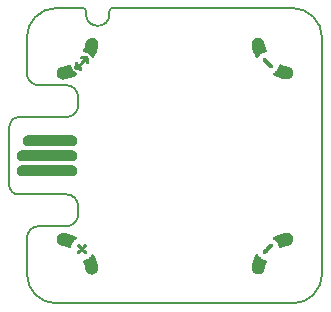
<source format=gto>
%TF.GenerationSoftware,KiCad,Pcbnew,8.0.8*%
%TF.CreationDate,2025-01-29T16:59:37+00:00*%
%TF.ProjectId,ec30_2x2_l_mh_0.1,65633330-5f32-4783-925f-6c5f6d685f30,v0.1*%
%TF.SameCoordinates,PX8d24d00PY36d6160*%
%TF.FileFunction,Legend,Top*%
%TF.FilePolarity,Positive*%
%FSLAX46Y46*%
G04 Gerber Fmt 4.6, Leading zero omitted, Abs format (unit mm)*
G04 Created by KiCad (PCBNEW 8.0.8) date 2025-01-29 16:59:37*
%MOMM*%
%LPD*%
G01*
G04 APERTURE LIST*
%ADD10C,0.200000*%
%ADD11C,0.010000*%
%ADD12C,0.000000*%
G04 APERTURE END LIST*
D10*
X-7500000Y12250000D02*
X-7500000Y12000000D01*
X-8150000Y4270000D02*
X-8150000Y4970000D01*
X-14000000Y2470001D02*
X-14000000Y-2470000D01*
X-10000000Y-12500000D02*
G75*
G02*
X-12500000Y-10000000I-800J2499200D01*
G01*
X-7750000Y12500000D02*
G75*
G02*
X-7500000Y12250000I800J-249200D01*
G01*
X12500000Y7000000D02*
X12500000Y10000000D01*
X10000000Y12500000D02*
X-5250000Y12500000D01*
X-9148000Y-5969999D02*
X-11500000Y-5969999D01*
X-13200000Y-3269999D02*
G75*
G02*
X-13999999Y-2470000I-1100J798899D01*
G01*
X-12500000Y-6969999D02*
G75*
G02*
X-11500000Y-5970000I1000400J-401D01*
G01*
X-11500000Y5970000D02*
X-9148000Y5970000D01*
X-7750000Y12500000D02*
X-10000000Y12500000D01*
X-12500000Y10000000D02*
G75*
G02*
X-10000000Y12500000I2499200J800D01*
G01*
X-11500000Y5970000D02*
G75*
G02*
X-12500000Y6970000I400J1000400D01*
G01*
X-5500000Y12000000D02*
X-5500000Y12250000D01*
X-14000000Y2470001D02*
G75*
G02*
X-13200000Y3270000I798900J1099D01*
G01*
X-9148000Y5970000D02*
G75*
G02*
X-8150004Y4970000I1000J-997000D01*
G01*
X-8150000Y4270000D02*
G75*
G02*
X-9148000Y3270003I-1000400J400D01*
G01*
X-5500000Y12250000D02*
G75*
G02*
X-5250000Y12500000I249200J800D01*
G01*
X-12500000Y-6969999D02*
X-12500000Y-10000000D01*
X-13200000Y-3269999D02*
X-9150000Y-3269999D01*
X-5500000Y12000000D02*
G75*
G02*
X-7500000Y12000000I-1000000J0D01*
G01*
X10000000Y12500000D02*
G75*
G02*
X12500000Y10000000I800J-2499200D01*
G01*
X12500000Y7000000D02*
X12500000Y-7000000D01*
X-8148000Y-4969999D02*
G75*
G02*
X-9148000Y-5970000I-1000400J399D01*
G01*
X-12500000Y10000000D02*
X-12500000Y6970000D01*
X-9150000Y-3269999D02*
G75*
G02*
X-8149999Y-4269999I-400J-1000401D01*
G01*
X12500000Y-10000000D02*
X12500000Y-7000000D01*
X-10000000Y-12500000D02*
X10000000Y-12500000D01*
X-9148000Y3270000D02*
X-13200000Y3270000D01*
X12500000Y-10000000D02*
G75*
G02*
X10000000Y-12500000I-2499200J-800D01*
G01*
X-8148000Y-4969999D02*
X-8150000Y-4269999D01*
D11*
%TO.C,MH3*%
X-6929306Y-8363938D02*
X-6912572Y-8370271D01*
X-6896947Y-8381708D01*
X-6881722Y-8398907D01*
X-6866187Y-8422529D01*
X-6849636Y-8453232D01*
X-6849479Y-8453543D01*
X-6792082Y-8575132D01*
X-6738655Y-8702780D01*
X-6689536Y-8835490D01*
X-6645062Y-8972266D01*
X-6605571Y-9112110D01*
X-6571399Y-9254024D01*
X-6558986Y-9312664D01*
X-6548179Y-9372141D01*
X-6541266Y-9425275D01*
X-6538209Y-9472617D01*
X-6538970Y-9514720D01*
X-6542840Y-9548307D01*
X-6557333Y-9611742D01*
X-6578709Y-9671524D01*
X-6606730Y-9727302D01*
X-6641155Y-9778728D01*
X-6681746Y-9825450D01*
X-6728263Y-9867118D01*
X-6780468Y-9903383D01*
X-6788778Y-9908337D01*
X-6841493Y-9934632D01*
X-6897725Y-9954342D01*
X-6956407Y-9967361D01*
X-7016470Y-9973582D01*
X-7076844Y-9972898D01*
X-7136462Y-9965203D01*
X-7194256Y-9950391D01*
X-7198073Y-9949129D01*
X-7254131Y-9926215D01*
X-7307081Y-9896415D01*
X-7356236Y-9860400D01*
X-7400910Y-9818837D01*
X-7440417Y-9772394D01*
X-7474070Y-9721741D01*
X-7501183Y-9667545D01*
X-7509857Y-9645536D01*
X-7514407Y-9631247D01*
X-7519938Y-9611025D01*
X-7525985Y-9586741D01*
X-7532082Y-9560265D01*
X-7537763Y-9533471D01*
X-7537851Y-9533032D01*
X-7559478Y-9433303D01*
X-7583069Y-9339535D01*
X-7609185Y-9249880D01*
X-7638386Y-9162485D01*
X-7671232Y-9075502D01*
X-7690784Y-9027805D01*
X-7704464Y-8993297D01*
X-7713840Y-8964465D01*
X-7718965Y-8940348D01*
X-7719893Y-8919990D01*
X-7716678Y-8902431D01*
X-7709373Y-8886711D01*
X-7699422Y-8873431D01*
X-7690472Y-8864166D01*
X-7680762Y-8856500D01*
X-7668906Y-8849764D01*
X-7653514Y-8843288D01*
X-7633201Y-8836401D01*
X-7606578Y-8828434D01*
X-7605692Y-8828178D01*
X-7548901Y-8810494D01*
X-7497170Y-8791449D01*
X-7447627Y-8769922D01*
X-7414566Y-8753728D01*
X-7339432Y-8710990D01*
X-7267854Y-8661466D01*
X-7200558Y-8605786D01*
X-7138273Y-8544582D01*
X-7081726Y-8478485D01*
X-7053964Y-8441164D01*
X-7032031Y-8412366D01*
X-7011697Y-8390615D01*
X-6992236Y-8375370D01*
X-6972919Y-8366090D01*
X-6953022Y-8362231D01*
X-6947857Y-8362050D01*
X-6929306Y-8363938D01*
G36*
X-6929306Y-8363938D02*
G01*
X-6912572Y-8370271D01*
X-6896947Y-8381708D01*
X-6881722Y-8398907D01*
X-6866187Y-8422529D01*
X-6849636Y-8453232D01*
X-6849479Y-8453543D01*
X-6792082Y-8575132D01*
X-6738655Y-8702780D01*
X-6689536Y-8835490D01*
X-6645062Y-8972266D01*
X-6605571Y-9112110D01*
X-6571399Y-9254024D01*
X-6558986Y-9312664D01*
X-6548179Y-9372141D01*
X-6541266Y-9425275D01*
X-6538209Y-9472617D01*
X-6538970Y-9514720D01*
X-6542840Y-9548307D01*
X-6557333Y-9611742D01*
X-6578709Y-9671524D01*
X-6606730Y-9727302D01*
X-6641155Y-9778728D01*
X-6681746Y-9825450D01*
X-6728263Y-9867118D01*
X-6780468Y-9903383D01*
X-6788778Y-9908337D01*
X-6841493Y-9934632D01*
X-6897725Y-9954342D01*
X-6956407Y-9967361D01*
X-7016470Y-9973582D01*
X-7076844Y-9972898D01*
X-7136462Y-9965203D01*
X-7194256Y-9950391D01*
X-7198073Y-9949129D01*
X-7254131Y-9926215D01*
X-7307081Y-9896415D01*
X-7356236Y-9860400D01*
X-7400910Y-9818837D01*
X-7440417Y-9772394D01*
X-7474070Y-9721741D01*
X-7501183Y-9667545D01*
X-7509857Y-9645536D01*
X-7514407Y-9631247D01*
X-7519938Y-9611025D01*
X-7525985Y-9586741D01*
X-7532082Y-9560265D01*
X-7537763Y-9533471D01*
X-7537851Y-9533032D01*
X-7559478Y-9433303D01*
X-7583069Y-9339535D01*
X-7609185Y-9249880D01*
X-7638386Y-9162485D01*
X-7671232Y-9075502D01*
X-7690784Y-9027805D01*
X-7704464Y-8993297D01*
X-7713840Y-8964465D01*
X-7718965Y-8940348D01*
X-7719893Y-8919990D01*
X-7716678Y-8902431D01*
X-7709373Y-8886711D01*
X-7699422Y-8873431D01*
X-7690472Y-8864166D01*
X-7680762Y-8856500D01*
X-7668906Y-8849764D01*
X-7653514Y-8843288D01*
X-7633201Y-8836401D01*
X-7606578Y-8828434D01*
X-7605692Y-8828178D01*
X-7548901Y-8810494D01*
X-7497170Y-8791449D01*
X-7447627Y-8769922D01*
X-7414566Y-8753728D01*
X-7339432Y-8710990D01*
X-7267854Y-8661466D01*
X-7200558Y-8605786D01*
X-7138273Y-8544582D01*
X-7081726Y-8478485D01*
X-7053964Y-8441164D01*
X-7032031Y-8412366D01*
X-7011697Y-8390615D01*
X-6992236Y-8375370D01*
X-6972919Y-8366090D01*
X-6953022Y-8362231D01*
X-6947857Y-8362050D01*
X-6929306Y-8363938D01*
G37*
X-9470182Y-6540337D02*
X-9448497Y-6540714D01*
X-9427534Y-6541718D01*
X-9406291Y-6543511D01*
X-9383763Y-6546254D01*
X-9358946Y-6550109D01*
X-9330836Y-6555238D01*
X-9298429Y-6561801D01*
X-9260722Y-6569961D01*
X-9216709Y-6579880D01*
X-9198323Y-6584098D01*
X-9084910Y-6612611D01*
X-8968731Y-6646406D01*
X-8851643Y-6684817D01*
X-8735502Y-6727177D01*
X-8622165Y-6772819D01*
X-8513489Y-6821078D01*
X-8442320Y-6855488D01*
X-8414793Y-6869973D01*
X-8393762Y-6882767D01*
X-8378190Y-6894681D01*
X-8367038Y-6906523D01*
X-8359269Y-6919103D01*
X-8358396Y-6920960D01*
X-8352421Y-6938994D01*
X-8352473Y-6955818D01*
X-8356428Y-6970059D01*
X-8367282Y-6989771D01*
X-8385603Y-7010018D01*
X-8410983Y-7030363D01*
X-8415769Y-7033664D01*
X-8489001Y-7087738D01*
X-8556469Y-7146942D01*
X-8617931Y-7210983D01*
X-8673147Y-7279569D01*
X-8721873Y-7352405D01*
X-8763868Y-7429201D01*
X-8789376Y-7485751D01*
X-8801721Y-7516942D01*
X-8812941Y-7548335D01*
X-8823691Y-7581956D01*
X-8834628Y-7619833D01*
X-8843484Y-7652771D01*
X-8848796Y-7671014D01*
X-8854211Y-7684062D01*
X-8861050Y-7694563D01*
X-8868503Y-7702984D01*
X-8884066Y-7716423D01*
X-8900453Y-7724502D01*
X-8918764Y-7727265D01*
X-8940096Y-7724757D01*
X-8965548Y-7717022D01*
X-8987979Y-7707827D01*
X-9108498Y-7658383D01*
X-9232787Y-7615101D01*
X-9361429Y-7577801D01*
X-9495006Y-7546301D01*
X-9525687Y-7540017D01*
X-9560370Y-7532916D01*
X-9588751Y-7526604D01*
X-9612370Y-7520632D01*
X-9632764Y-7514555D01*
X-9651473Y-7507926D01*
X-9670035Y-7500296D01*
X-9683873Y-7494072D01*
X-9736854Y-7465333D01*
X-9785921Y-7430188D01*
X-9830505Y-7389366D01*
X-9870033Y-7343595D01*
X-9903934Y-7293603D01*
X-9931637Y-7240119D01*
X-9952571Y-7183872D01*
X-9964218Y-7136552D01*
X-9972342Y-7073793D01*
X-9972879Y-7012164D01*
X-9966155Y-6952149D01*
X-9952496Y-6894233D01*
X-9932226Y-6838904D01*
X-9905671Y-6786645D01*
X-9873155Y-6737942D01*
X-9835005Y-6693281D01*
X-9791545Y-6653146D01*
X-9743100Y-6618025D01*
X-9689996Y-6588401D01*
X-9632558Y-6564760D01*
X-9571111Y-6547588D01*
X-9569401Y-6547219D01*
X-9551719Y-6544037D01*
X-9532477Y-6541913D01*
X-9509778Y-6540716D01*
X-9481730Y-6540314D01*
X-9470182Y-6540337D01*
G36*
X-9470182Y-6540337D02*
G01*
X-9448497Y-6540714D01*
X-9427534Y-6541718D01*
X-9406291Y-6543511D01*
X-9383763Y-6546254D01*
X-9358946Y-6550109D01*
X-9330836Y-6555238D01*
X-9298429Y-6561801D01*
X-9260722Y-6569961D01*
X-9216709Y-6579880D01*
X-9198323Y-6584098D01*
X-9084910Y-6612611D01*
X-8968731Y-6646406D01*
X-8851643Y-6684817D01*
X-8735502Y-6727177D01*
X-8622165Y-6772819D01*
X-8513489Y-6821078D01*
X-8442320Y-6855488D01*
X-8414793Y-6869973D01*
X-8393762Y-6882767D01*
X-8378190Y-6894681D01*
X-8367038Y-6906523D01*
X-8359269Y-6919103D01*
X-8358396Y-6920960D01*
X-8352421Y-6938994D01*
X-8352473Y-6955818D01*
X-8356428Y-6970059D01*
X-8367282Y-6989771D01*
X-8385603Y-7010018D01*
X-8410983Y-7030363D01*
X-8415769Y-7033664D01*
X-8489001Y-7087738D01*
X-8556469Y-7146942D01*
X-8617931Y-7210983D01*
X-8673147Y-7279569D01*
X-8721873Y-7352405D01*
X-8763868Y-7429201D01*
X-8789376Y-7485751D01*
X-8801721Y-7516942D01*
X-8812941Y-7548335D01*
X-8823691Y-7581956D01*
X-8834628Y-7619833D01*
X-8843484Y-7652771D01*
X-8848796Y-7671014D01*
X-8854211Y-7684062D01*
X-8861050Y-7694563D01*
X-8868503Y-7702984D01*
X-8884066Y-7716423D01*
X-8900453Y-7724502D01*
X-8918764Y-7727265D01*
X-8940096Y-7724757D01*
X-8965548Y-7717022D01*
X-8987979Y-7707827D01*
X-9108498Y-7658383D01*
X-9232787Y-7615101D01*
X-9361429Y-7577801D01*
X-9495006Y-7546301D01*
X-9525687Y-7540017D01*
X-9560370Y-7532916D01*
X-9588751Y-7526604D01*
X-9612370Y-7520632D01*
X-9632764Y-7514555D01*
X-9651473Y-7507926D01*
X-9670035Y-7500296D01*
X-9683873Y-7494072D01*
X-9736854Y-7465333D01*
X-9785921Y-7430188D01*
X-9830505Y-7389366D01*
X-9870033Y-7343595D01*
X-9903934Y-7293603D01*
X-9931637Y-7240119D01*
X-9952571Y-7183872D01*
X-9964218Y-7136552D01*
X-9972342Y-7073793D01*
X-9972879Y-7012164D01*
X-9966155Y-6952149D01*
X-9952496Y-6894233D01*
X-9932226Y-6838904D01*
X-9905671Y-6786645D01*
X-9873155Y-6737942D01*
X-9835005Y-6693281D01*
X-9791545Y-6653146D01*
X-9743100Y-6618025D01*
X-9689996Y-6588401D01*
X-9632558Y-6564760D01*
X-9571111Y-6547588D01*
X-9569401Y-6547219D01*
X-9551719Y-6544037D01*
X-9532477Y-6541913D01*
X-9509778Y-6540716D01*
X-9481730Y-6540314D01*
X-9470182Y-6540337D01*
G37*
X-8114506Y-7497744D02*
X-8104489Y-7500501D01*
X-8098602Y-7502693D01*
X-8092612Y-7505668D01*
X-8085887Y-7509983D01*
X-8077796Y-7516197D01*
X-8067706Y-7524868D01*
X-8054986Y-7536554D01*
X-8039003Y-7551814D01*
X-8019125Y-7571204D01*
X-7994721Y-7595283D01*
X-7974957Y-7614880D01*
X-7866811Y-7722233D01*
X-7760645Y-7617032D01*
X-7732077Y-7588945D01*
X-7706322Y-7564069D01*
X-7683875Y-7542858D01*
X-7665228Y-7525771D01*
X-7650876Y-7513264D01*
X-7641313Y-7505793D01*
X-7638604Y-7504147D01*
X-7620453Y-7498507D01*
X-7598447Y-7496247D01*
X-7575738Y-7497328D01*
X-7555479Y-7501711D01*
X-7546947Y-7505289D01*
X-7527717Y-7518943D01*
X-7510939Y-7537314D01*
X-7499689Y-7556627D01*
X-7495621Y-7572497D01*
X-7493995Y-7592489D01*
X-7494804Y-7613173D01*
X-7498038Y-7631121D01*
X-7499893Y-7636489D01*
X-7504805Y-7644005D01*
X-7515448Y-7656814D01*
X-7531730Y-7674815D01*
X-7553556Y-7697908D01*
X-7580835Y-7725992D01*
X-7613473Y-7758967D01*
X-7613864Y-7759359D01*
X-7721687Y-7867473D01*
X-7615858Y-7973774D01*
X-7584916Y-8005038D01*
X-7559409Y-8031231D01*
X-7538995Y-8052725D01*
X-7523333Y-8069893D01*
X-7512080Y-8083107D01*
X-7504896Y-8092739D01*
X-7501973Y-8097831D01*
X-7494904Y-8122144D01*
X-7493808Y-8148731D01*
X-7498620Y-8174713D01*
X-7504024Y-8188237D01*
X-7519679Y-8211452D01*
X-7540303Y-8228674D01*
X-7562926Y-8238733D01*
X-7580623Y-8243114D01*
X-7595638Y-8244148D01*
X-7611644Y-8241809D01*
X-7624985Y-8238271D01*
X-7630727Y-8236399D01*
X-7636361Y-8233923D01*
X-7642513Y-8230295D01*
X-7649807Y-8224964D01*
X-7658867Y-8217380D01*
X-7670317Y-8206995D01*
X-7684782Y-8193256D01*
X-7702886Y-8175616D01*
X-7725253Y-8153524D01*
X-7752507Y-8126430D01*
X-7756674Y-8122280D01*
X-7866807Y-8012589D01*
X-7976940Y-8122280D01*
X-8004916Y-8150105D01*
X-8027918Y-8172853D01*
X-8046571Y-8191073D01*
X-8061500Y-8205316D01*
X-8073328Y-8216130D01*
X-8082679Y-8224066D01*
X-8090179Y-8229675D01*
X-8096451Y-8233505D01*
X-8102120Y-8236106D01*
X-8107810Y-8238029D01*
X-8108629Y-8238271D01*
X-8127410Y-8242924D01*
X-8142701Y-8244183D01*
X-8158173Y-8242078D01*
X-8170688Y-8238733D01*
X-8195345Y-8227492D01*
X-8215225Y-8210402D01*
X-8229656Y-8188407D01*
X-8237966Y-8162452D01*
X-8239782Y-8141598D01*
X-8239548Y-8130444D01*
X-8238597Y-8120482D01*
X-8236433Y-8111030D01*
X-8232561Y-8101407D01*
X-8226487Y-8090932D01*
X-8217714Y-8078924D01*
X-8205748Y-8064703D01*
X-8190094Y-8047586D01*
X-8170256Y-8026895D01*
X-8145740Y-8001946D01*
X-8117756Y-7973774D01*
X-8011927Y-7867473D01*
X-8119589Y-7759359D01*
X-8151989Y-7726607D01*
X-8178747Y-7699078D01*
X-8200033Y-7676590D01*
X-8216016Y-7658958D01*
X-8226867Y-7646000D01*
X-8232753Y-7637530D01*
X-8233560Y-7635877D01*
X-8239427Y-7611956D01*
X-8239209Y-7585914D01*
X-8233352Y-7560140D01*
X-8222301Y-7537024D01*
X-8212846Y-7524873D01*
X-8192656Y-7509080D01*
X-8168362Y-7499030D01*
X-8141724Y-7495120D01*
X-8114506Y-7497744D01*
G36*
X-8114506Y-7497744D02*
G01*
X-8104489Y-7500501D01*
X-8098602Y-7502693D01*
X-8092612Y-7505668D01*
X-8085887Y-7509983D01*
X-8077796Y-7516197D01*
X-8067706Y-7524868D01*
X-8054986Y-7536554D01*
X-8039003Y-7551814D01*
X-8019125Y-7571204D01*
X-7994721Y-7595283D01*
X-7974957Y-7614880D01*
X-7866811Y-7722233D01*
X-7760645Y-7617032D01*
X-7732077Y-7588945D01*
X-7706322Y-7564069D01*
X-7683875Y-7542858D01*
X-7665228Y-7525771D01*
X-7650876Y-7513264D01*
X-7641313Y-7505793D01*
X-7638604Y-7504147D01*
X-7620453Y-7498507D01*
X-7598447Y-7496247D01*
X-7575738Y-7497328D01*
X-7555479Y-7501711D01*
X-7546947Y-7505289D01*
X-7527717Y-7518943D01*
X-7510939Y-7537314D01*
X-7499689Y-7556627D01*
X-7495621Y-7572497D01*
X-7493995Y-7592489D01*
X-7494804Y-7613173D01*
X-7498038Y-7631121D01*
X-7499893Y-7636489D01*
X-7504805Y-7644005D01*
X-7515448Y-7656814D01*
X-7531730Y-7674815D01*
X-7553556Y-7697908D01*
X-7580835Y-7725992D01*
X-7613473Y-7758967D01*
X-7613864Y-7759359D01*
X-7721687Y-7867473D01*
X-7615858Y-7973774D01*
X-7584916Y-8005038D01*
X-7559409Y-8031231D01*
X-7538995Y-8052725D01*
X-7523333Y-8069893D01*
X-7512080Y-8083107D01*
X-7504896Y-8092739D01*
X-7501973Y-8097831D01*
X-7494904Y-8122144D01*
X-7493808Y-8148731D01*
X-7498620Y-8174713D01*
X-7504024Y-8188237D01*
X-7519679Y-8211452D01*
X-7540303Y-8228674D01*
X-7562926Y-8238733D01*
X-7580623Y-8243114D01*
X-7595638Y-8244148D01*
X-7611644Y-8241809D01*
X-7624985Y-8238271D01*
X-7630727Y-8236399D01*
X-7636361Y-8233923D01*
X-7642513Y-8230295D01*
X-7649807Y-8224964D01*
X-7658867Y-8217380D01*
X-7670317Y-8206995D01*
X-7684782Y-8193256D01*
X-7702886Y-8175616D01*
X-7725253Y-8153524D01*
X-7752507Y-8126430D01*
X-7756674Y-8122280D01*
X-7866807Y-8012589D01*
X-7976940Y-8122280D01*
X-8004916Y-8150105D01*
X-8027918Y-8172853D01*
X-8046571Y-8191073D01*
X-8061500Y-8205316D01*
X-8073328Y-8216130D01*
X-8082679Y-8224066D01*
X-8090179Y-8229675D01*
X-8096451Y-8233505D01*
X-8102120Y-8236106D01*
X-8107810Y-8238029D01*
X-8108629Y-8238271D01*
X-8127410Y-8242924D01*
X-8142701Y-8244183D01*
X-8158173Y-8242078D01*
X-8170688Y-8238733D01*
X-8195345Y-8227492D01*
X-8215225Y-8210402D01*
X-8229656Y-8188407D01*
X-8237966Y-8162452D01*
X-8239782Y-8141598D01*
X-8239548Y-8130444D01*
X-8238597Y-8120482D01*
X-8236433Y-8111030D01*
X-8232561Y-8101407D01*
X-8226487Y-8090932D01*
X-8217714Y-8078924D01*
X-8205748Y-8064703D01*
X-8190094Y-8047586D01*
X-8170256Y-8026895D01*
X-8145740Y-8001946D01*
X-8117756Y-7973774D01*
X-8011927Y-7867473D01*
X-8119589Y-7759359D01*
X-8151989Y-7726607D01*
X-8178747Y-7699078D01*
X-8200033Y-7676590D01*
X-8216016Y-7658958D01*
X-8226867Y-7646000D01*
X-8232753Y-7637530D01*
X-8233560Y-7635877D01*
X-8239427Y-7611956D01*
X-8239209Y-7585914D01*
X-8233352Y-7560140D01*
X-8222301Y-7537024D01*
X-8212846Y-7524873D01*
X-8192656Y-7509080D01*
X-8168362Y-7499030D01*
X-8141724Y-7495120D01*
X-8114506Y-7497744D01*
G37*
%TO.C,MH4*%
X9511949Y-6535485D02*
X9545536Y-6539355D01*
X9608971Y-6553848D01*
X9668753Y-6575224D01*
X9724531Y-6603245D01*
X9775957Y-6637670D01*
X9822679Y-6678261D01*
X9864347Y-6724778D01*
X9900612Y-6776983D01*
X9905566Y-6785293D01*
X9931861Y-6838008D01*
X9951571Y-6894240D01*
X9964590Y-6952922D01*
X9970811Y-7012985D01*
X9970127Y-7073359D01*
X9962432Y-7132977D01*
X9947620Y-7190771D01*
X9946358Y-7194588D01*
X9923444Y-7250646D01*
X9893644Y-7303596D01*
X9857629Y-7352751D01*
X9816066Y-7397425D01*
X9769623Y-7436932D01*
X9718970Y-7470585D01*
X9664774Y-7497698D01*
X9642765Y-7506372D01*
X9628476Y-7510922D01*
X9608254Y-7516453D01*
X9583970Y-7522500D01*
X9557494Y-7528597D01*
X9530700Y-7534278D01*
X9530261Y-7534366D01*
X9430532Y-7555993D01*
X9336764Y-7579584D01*
X9247109Y-7605700D01*
X9159714Y-7634901D01*
X9072731Y-7667747D01*
X9025034Y-7687299D01*
X8990526Y-7700979D01*
X8961694Y-7710355D01*
X8937577Y-7715480D01*
X8917219Y-7716408D01*
X8899660Y-7713193D01*
X8883940Y-7705888D01*
X8870660Y-7695937D01*
X8861395Y-7686987D01*
X8853729Y-7677277D01*
X8846993Y-7665421D01*
X8840517Y-7650029D01*
X8833630Y-7629716D01*
X8825663Y-7603093D01*
X8825407Y-7602207D01*
X8807723Y-7545416D01*
X8788678Y-7493685D01*
X8767151Y-7444142D01*
X8750957Y-7411081D01*
X8708219Y-7335947D01*
X8658695Y-7264369D01*
X8603015Y-7197073D01*
X8541811Y-7134788D01*
X8475714Y-7078241D01*
X8438393Y-7050479D01*
X8409595Y-7028546D01*
X8387844Y-7008212D01*
X8372599Y-6988751D01*
X8363319Y-6969434D01*
X8359460Y-6949537D01*
X8359279Y-6944372D01*
X8361167Y-6925821D01*
X8367500Y-6909087D01*
X8378937Y-6893462D01*
X8396136Y-6878237D01*
X8419758Y-6862702D01*
X8450461Y-6846151D01*
X8450772Y-6845994D01*
X8572361Y-6788597D01*
X8700009Y-6735170D01*
X8832719Y-6686051D01*
X8969495Y-6641577D01*
X9109339Y-6602086D01*
X9251253Y-6567914D01*
X9309893Y-6555501D01*
X9369370Y-6544694D01*
X9422504Y-6537781D01*
X9469846Y-6534724D01*
X9511949Y-6535485D01*
G36*
X9511949Y-6535485D02*
G01*
X9545536Y-6539355D01*
X9608971Y-6553848D01*
X9668753Y-6575224D01*
X9724531Y-6603245D01*
X9775957Y-6637670D01*
X9822679Y-6678261D01*
X9864347Y-6724778D01*
X9900612Y-6776983D01*
X9905566Y-6785293D01*
X9931861Y-6838008D01*
X9951571Y-6894240D01*
X9964590Y-6952922D01*
X9970811Y-7012985D01*
X9970127Y-7073359D01*
X9962432Y-7132977D01*
X9947620Y-7190771D01*
X9946358Y-7194588D01*
X9923444Y-7250646D01*
X9893644Y-7303596D01*
X9857629Y-7352751D01*
X9816066Y-7397425D01*
X9769623Y-7436932D01*
X9718970Y-7470585D01*
X9664774Y-7497698D01*
X9642765Y-7506372D01*
X9628476Y-7510922D01*
X9608254Y-7516453D01*
X9583970Y-7522500D01*
X9557494Y-7528597D01*
X9530700Y-7534278D01*
X9530261Y-7534366D01*
X9430532Y-7555993D01*
X9336764Y-7579584D01*
X9247109Y-7605700D01*
X9159714Y-7634901D01*
X9072731Y-7667747D01*
X9025034Y-7687299D01*
X8990526Y-7700979D01*
X8961694Y-7710355D01*
X8937577Y-7715480D01*
X8917219Y-7716408D01*
X8899660Y-7713193D01*
X8883940Y-7705888D01*
X8870660Y-7695937D01*
X8861395Y-7686987D01*
X8853729Y-7677277D01*
X8846993Y-7665421D01*
X8840517Y-7650029D01*
X8833630Y-7629716D01*
X8825663Y-7603093D01*
X8825407Y-7602207D01*
X8807723Y-7545416D01*
X8788678Y-7493685D01*
X8767151Y-7444142D01*
X8750957Y-7411081D01*
X8708219Y-7335947D01*
X8658695Y-7264369D01*
X8603015Y-7197073D01*
X8541811Y-7134788D01*
X8475714Y-7078241D01*
X8438393Y-7050479D01*
X8409595Y-7028546D01*
X8387844Y-7008212D01*
X8372599Y-6988751D01*
X8363319Y-6969434D01*
X8359460Y-6949537D01*
X8359279Y-6944372D01*
X8361167Y-6925821D01*
X8367500Y-6909087D01*
X8378937Y-6893462D01*
X8396136Y-6878237D01*
X8419758Y-6862702D01*
X8450461Y-6846151D01*
X8450772Y-6845994D01*
X8572361Y-6788597D01*
X8700009Y-6735170D01*
X8832719Y-6686051D01*
X8969495Y-6641577D01*
X9109339Y-6602086D01*
X9251253Y-6567914D01*
X9309893Y-6555501D01*
X9369370Y-6544694D01*
X9422504Y-6537781D01*
X9469846Y-6534724D01*
X9511949Y-6535485D01*
G37*
X6953047Y-8348988D02*
X6967288Y-8352943D01*
X6987000Y-8363797D01*
X7007247Y-8382118D01*
X7027592Y-8407498D01*
X7030893Y-8412284D01*
X7084967Y-8485516D01*
X7144171Y-8552984D01*
X7208212Y-8614446D01*
X7276798Y-8669662D01*
X7349634Y-8718388D01*
X7426430Y-8760383D01*
X7482980Y-8785891D01*
X7514171Y-8798236D01*
X7545564Y-8809456D01*
X7579185Y-8820206D01*
X7617062Y-8831143D01*
X7650000Y-8839999D01*
X7668243Y-8845311D01*
X7681291Y-8850726D01*
X7691792Y-8857565D01*
X7700213Y-8865018D01*
X7713652Y-8880581D01*
X7721731Y-8896968D01*
X7724494Y-8915279D01*
X7721986Y-8936611D01*
X7714251Y-8962063D01*
X7705056Y-8984494D01*
X7655612Y-9105013D01*
X7612330Y-9229302D01*
X7575030Y-9357944D01*
X7543530Y-9491521D01*
X7537246Y-9522202D01*
X7530145Y-9556885D01*
X7523833Y-9585266D01*
X7517861Y-9608885D01*
X7511784Y-9629279D01*
X7505155Y-9647988D01*
X7497525Y-9666550D01*
X7491301Y-9680388D01*
X7462562Y-9733369D01*
X7427417Y-9782436D01*
X7386595Y-9827020D01*
X7340824Y-9866548D01*
X7290832Y-9900449D01*
X7237348Y-9928152D01*
X7181101Y-9949086D01*
X7133781Y-9960733D01*
X7071022Y-9968857D01*
X7009393Y-9969394D01*
X6949378Y-9962670D01*
X6891462Y-9949011D01*
X6836133Y-9928741D01*
X6783874Y-9902186D01*
X6735171Y-9869670D01*
X6690510Y-9831520D01*
X6650375Y-9788060D01*
X6615254Y-9739615D01*
X6585630Y-9686511D01*
X6561989Y-9629073D01*
X6544817Y-9567626D01*
X6544448Y-9565916D01*
X6541266Y-9548234D01*
X6539142Y-9528992D01*
X6537945Y-9506293D01*
X6537543Y-9478245D01*
X6537566Y-9466697D01*
X6537943Y-9445012D01*
X6538947Y-9424049D01*
X6540740Y-9402806D01*
X6543483Y-9380278D01*
X6547338Y-9355461D01*
X6552467Y-9327351D01*
X6559030Y-9294944D01*
X6567190Y-9257237D01*
X6577109Y-9213224D01*
X6581327Y-9194838D01*
X6609840Y-9081425D01*
X6643635Y-8965246D01*
X6682046Y-8848158D01*
X6724406Y-8732017D01*
X6770048Y-8618680D01*
X6818307Y-8510004D01*
X6852717Y-8438835D01*
X6867202Y-8411308D01*
X6879996Y-8390277D01*
X6891910Y-8374705D01*
X6903752Y-8363553D01*
X6916332Y-8355784D01*
X6918189Y-8354911D01*
X6936223Y-8348936D01*
X6953047Y-8348988D01*
G36*
X6953047Y-8348988D02*
G01*
X6967288Y-8352943D01*
X6987000Y-8363797D01*
X7007247Y-8382118D01*
X7027592Y-8407498D01*
X7030893Y-8412284D01*
X7084967Y-8485516D01*
X7144171Y-8552984D01*
X7208212Y-8614446D01*
X7276798Y-8669662D01*
X7349634Y-8718388D01*
X7426430Y-8760383D01*
X7482980Y-8785891D01*
X7514171Y-8798236D01*
X7545564Y-8809456D01*
X7579185Y-8820206D01*
X7617062Y-8831143D01*
X7650000Y-8839999D01*
X7668243Y-8845311D01*
X7681291Y-8850726D01*
X7691792Y-8857565D01*
X7700213Y-8865018D01*
X7713652Y-8880581D01*
X7721731Y-8896968D01*
X7724494Y-8915279D01*
X7721986Y-8936611D01*
X7714251Y-8962063D01*
X7705056Y-8984494D01*
X7655612Y-9105013D01*
X7612330Y-9229302D01*
X7575030Y-9357944D01*
X7543530Y-9491521D01*
X7537246Y-9522202D01*
X7530145Y-9556885D01*
X7523833Y-9585266D01*
X7517861Y-9608885D01*
X7511784Y-9629279D01*
X7505155Y-9647988D01*
X7497525Y-9666550D01*
X7491301Y-9680388D01*
X7462562Y-9733369D01*
X7427417Y-9782436D01*
X7386595Y-9827020D01*
X7340824Y-9866548D01*
X7290832Y-9900449D01*
X7237348Y-9928152D01*
X7181101Y-9949086D01*
X7133781Y-9960733D01*
X7071022Y-9968857D01*
X7009393Y-9969394D01*
X6949378Y-9962670D01*
X6891462Y-9949011D01*
X6836133Y-9928741D01*
X6783874Y-9902186D01*
X6735171Y-9869670D01*
X6690510Y-9831520D01*
X6650375Y-9788060D01*
X6615254Y-9739615D01*
X6585630Y-9686511D01*
X6561989Y-9629073D01*
X6544817Y-9567626D01*
X6544448Y-9565916D01*
X6541266Y-9548234D01*
X6539142Y-9528992D01*
X6537945Y-9506293D01*
X6537543Y-9478245D01*
X6537566Y-9466697D01*
X6537943Y-9445012D01*
X6538947Y-9424049D01*
X6540740Y-9402806D01*
X6543483Y-9380278D01*
X6547338Y-9355461D01*
X6552467Y-9327351D01*
X6559030Y-9294944D01*
X6567190Y-9257237D01*
X6577109Y-9213224D01*
X6581327Y-9194838D01*
X6609840Y-9081425D01*
X6643635Y-8965246D01*
X6682046Y-8848158D01*
X6724406Y-8732017D01*
X6770048Y-8618680D01*
X6818307Y-8510004D01*
X6852717Y-8438835D01*
X6867202Y-8411308D01*
X6879996Y-8390277D01*
X6891910Y-8374705D01*
X6903752Y-8363553D01*
X6916332Y-8355784D01*
X6918189Y-8354911D01*
X6936223Y-8348936D01*
X6953047Y-8348988D01*
G37*
X8161664Y-7465669D02*
X8170644Y-7467670D01*
X8200672Y-7479910D01*
X8225650Y-7497812D01*
X8245015Y-7520589D01*
X8258200Y-7547453D01*
X8264642Y-7577616D01*
X8264914Y-7599115D01*
X8264446Y-7606630D01*
X8263847Y-7613497D01*
X8262805Y-7620076D01*
X8261008Y-7626722D01*
X8258142Y-7633793D01*
X8253895Y-7641646D01*
X8247956Y-7650638D01*
X8240011Y-7661127D01*
X8229747Y-7673470D01*
X8216854Y-7688023D01*
X8201017Y-7705144D01*
X8181925Y-7725191D01*
X8159265Y-7748520D01*
X8132725Y-7775488D01*
X8101992Y-7806453D01*
X8066753Y-7841772D01*
X8026697Y-7881803D01*
X7981511Y-7926901D01*
X7955203Y-7953152D01*
X7908642Y-7999605D01*
X7867346Y-8040772D01*
X7830970Y-8076980D01*
X7799168Y-8108560D01*
X7771596Y-8135838D01*
X7747908Y-8159144D01*
X7727758Y-8178805D01*
X7710802Y-8195151D01*
X7696694Y-8208509D01*
X7685088Y-8219208D01*
X7675639Y-8227577D01*
X7668002Y-8233943D01*
X7661832Y-8238636D01*
X7656783Y-8241983D01*
X7652509Y-8244314D01*
X7648667Y-8245955D01*
X7646489Y-8246725D01*
X7614957Y-8253445D01*
X7584047Y-8252840D01*
X7554826Y-8245307D01*
X7528358Y-8231246D01*
X7505710Y-8211055D01*
X7489510Y-8188041D01*
X7483925Y-8177227D01*
X7480461Y-8167715D01*
X7478623Y-8156999D01*
X7477911Y-8142576D01*
X7477817Y-8129228D01*
X7478161Y-8109688D01*
X7479474Y-8095506D01*
X7482180Y-8084124D01*
X7486700Y-8072980D01*
X7487316Y-8071681D01*
X7489981Y-8067251D01*
X7494743Y-8060920D01*
X7501894Y-8052385D01*
X7511722Y-8041347D01*
X7524520Y-8027504D01*
X7540578Y-8010553D01*
X7560186Y-7990195D01*
X7583636Y-7966126D01*
X7611217Y-7938047D01*
X7643222Y-7905655D01*
X7679939Y-7868650D01*
X7721661Y-7826729D01*
X7768677Y-7779591D01*
X7779019Y-7769234D01*
X7825793Y-7722417D01*
X7867318Y-7680912D01*
X7903933Y-7644392D01*
X7935979Y-7612532D01*
X7963792Y-7585006D01*
X7987713Y-7561487D01*
X8008081Y-7541650D01*
X8025234Y-7525169D01*
X8039512Y-7511717D01*
X8051254Y-7500969D01*
X8060798Y-7492598D01*
X8068484Y-7486279D01*
X8074650Y-7481686D01*
X8079636Y-7478492D01*
X8083392Y-7476545D01*
X8108956Y-7468020D01*
X8136053Y-7464292D01*
X8161664Y-7465669D01*
G36*
X8161664Y-7465669D02*
G01*
X8170644Y-7467670D01*
X8200672Y-7479910D01*
X8225650Y-7497812D01*
X8245015Y-7520589D01*
X8258200Y-7547453D01*
X8264642Y-7577616D01*
X8264914Y-7599115D01*
X8264446Y-7606630D01*
X8263847Y-7613497D01*
X8262805Y-7620076D01*
X8261008Y-7626722D01*
X8258142Y-7633793D01*
X8253895Y-7641646D01*
X8247956Y-7650638D01*
X8240011Y-7661127D01*
X8229747Y-7673470D01*
X8216854Y-7688023D01*
X8201017Y-7705144D01*
X8181925Y-7725191D01*
X8159265Y-7748520D01*
X8132725Y-7775488D01*
X8101992Y-7806453D01*
X8066753Y-7841772D01*
X8026697Y-7881803D01*
X7981511Y-7926901D01*
X7955203Y-7953152D01*
X7908642Y-7999605D01*
X7867346Y-8040772D01*
X7830970Y-8076980D01*
X7799168Y-8108560D01*
X7771596Y-8135838D01*
X7747908Y-8159144D01*
X7727758Y-8178805D01*
X7710802Y-8195151D01*
X7696694Y-8208509D01*
X7685088Y-8219208D01*
X7675639Y-8227577D01*
X7668002Y-8233943D01*
X7661832Y-8238636D01*
X7656783Y-8241983D01*
X7652509Y-8244314D01*
X7648667Y-8245955D01*
X7646489Y-8246725D01*
X7614957Y-8253445D01*
X7584047Y-8252840D01*
X7554826Y-8245307D01*
X7528358Y-8231246D01*
X7505710Y-8211055D01*
X7489510Y-8188041D01*
X7483925Y-8177227D01*
X7480461Y-8167715D01*
X7478623Y-8156999D01*
X7477911Y-8142576D01*
X7477817Y-8129228D01*
X7478161Y-8109688D01*
X7479474Y-8095506D01*
X7482180Y-8084124D01*
X7486700Y-8072980D01*
X7487316Y-8071681D01*
X7489981Y-8067251D01*
X7494743Y-8060920D01*
X7501894Y-8052385D01*
X7511722Y-8041347D01*
X7524520Y-8027504D01*
X7540578Y-8010553D01*
X7560186Y-7990195D01*
X7583636Y-7966126D01*
X7611217Y-7938047D01*
X7643222Y-7905655D01*
X7679939Y-7868650D01*
X7721661Y-7826729D01*
X7768677Y-7779591D01*
X7779019Y-7769234D01*
X7825793Y-7722417D01*
X7867318Y-7680912D01*
X7903933Y-7644392D01*
X7935979Y-7612532D01*
X7963792Y-7585006D01*
X7987713Y-7561487D01*
X8008081Y-7541650D01*
X8025234Y-7525169D01*
X8039512Y-7511717D01*
X8051254Y-7500969D01*
X8060798Y-7492598D01*
X8068484Y-7486279D01*
X8074650Y-7481686D01*
X8079636Y-7478492D01*
X8083392Y-7476545D01*
X8108956Y-7468020D01*
X8136053Y-7464292D01*
X8161664Y-7465669D01*
G37*
D12*
%TO.C,*%
G36*
X-8505004Y435446D02*
G01*
X-8401465Y384829D01*
X-8319972Y303336D01*
X-8269355Y199797D01*
X-8254800Y99901D01*
X-8254800Y-99899D01*
X-8269355Y-199795D01*
X-8319972Y-303334D01*
X-8401465Y-384827D01*
X-8505004Y-435444D01*
X-8604900Y-449999D01*
X-12954700Y-449999D01*
X-13054596Y-435444D01*
X-13158135Y-384827D01*
X-13239628Y-303334D01*
X-13290245Y-199795D01*
X-13304800Y-99899D01*
X-13304800Y99901D01*
X-13290245Y199797D01*
X-13239628Y303336D01*
X-13158135Y384829D01*
X-13054596Y435446D01*
X-12954700Y450001D01*
X-8604900Y450001D01*
X-8505004Y435446D01*
G37*
G36*
X-8505004Y-834554D02*
G01*
X-8401465Y-885171D01*
X-8319972Y-966664D01*
X-8269355Y-1070203D01*
X-8254800Y-1170099D01*
X-8254800Y-1369899D01*
X-8269355Y-1469795D01*
X-8319972Y-1573334D01*
X-8401465Y-1654827D01*
X-8505004Y-1705444D01*
X-8604900Y-1719999D01*
X-12954700Y-1719999D01*
X-13054596Y-1705444D01*
X-13158135Y-1654827D01*
X-13239628Y-1573334D01*
X-13290245Y-1469795D01*
X-13304800Y-1369899D01*
X-13304800Y-1170099D01*
X-13290245Y-1070203D01*
X-13239628Y-966664D01*
X-13158135Y-885171D01*
X-13054596Y-834554D01*
X-12954700Y-819999D01*
X-8604900Y-819999D01*
X-8505004Y-834554D01*
G37*
G36*
X-8505004Y1705446D02*
G01*
X-8401465Y1654829D01*
X-8319972Y1573336D01*
X-8269355Y1469797D01*
X-8254800Y1369901D01*
X-8254800Y1170101D01*
X-8269355Y1070205D01*
X-8319972Y966666D01*
X-8401465Y885173D01*
X-8505004Y834556D01*
X-8604900Y820001D01*
X-12454700Y820001D01*
X-12554596Y834556D01*
X-12658135Y885173D01*
X-12739628Y966666D01*
X-12790245Y1070205D01*
X-12804800Y1170101D01*
X-12804800Y1369901D01*
X-12790245Y1469797D01*
X-12739628Y1573336D01*
X-12658135Y1654829D01*
X-12554596Y1705446D01*
X-12454700Y1720001D01*
X-8604900Y1720001D01*
X-8505004Y1705446D01*
G37*
D11*
%TO.C,MH2*%
X7075855Y9975607D02*
X7135473Y9967912D01*
X7193267Y9953100D01*
X7197084Y9951838D01*
X7253142Y9928924D01*
X7306092Y9899124D01*
X7355247Y9863109D01*
X7399921Y9821546D01*
X7439428Y9775103D01*
X7473081Y9724450D01*
X7500194Y9670254D01*
X7508868Y9648245D01*
X7513418Y9633956D01*
X7518949Y9613734D01*
X7524996Y9589450D01*
X7531093Y9562974D01*
X7536774Y9536180D01*
X7536862Y9535741D01*
X7558489Y9436012D01*
X7582080Y9342244D01*
X7608196Y9252589D01*
X7637397Y9165194D01*
X7670243Y9078211D01*
X7689795Y9030514D01*
X7703475Y8996006D01*
X7712851Y8967174D01*
X7717976Y8943057D01*
X7718904Y8922699D01*
X7715689Y8905140D01*
X7708384Y8889420D01*
X7698433Y8876140D01*
X7689483Y8866875D01*
X7679773Y8859209D01*
X7667917Y8852473D01*
X7652525Y8845997D01*
X7632212Y8839110D01*
X7605589Y8831143D01*
X7604703Y8830887D01*
X7547912Y8813203D01*
X7496181Y8794158D01*
X7446638Y8772631D01*
X7413577Y8756437D01*
X7338443Y8713699D01*
X7266865Y8664175D01*
X7199569Y8608495D01*
X7137284Y8547291D01*
X7080737Y8481194D01*
X7052975Y8443873D01*
X7031042Y8415075D01*
X7010708Y8393324D01*
X6991247Y8378079D01*
X6971930Y8368799D01*
X6952033Y8364940D01*
X6946868Y8364759D01*
X6928317Y8366647D01*
X6911583Y8372980D01*
X6895958Y8384417D01*
X6880733Y8401616D01*
X6865198Y8425238D01*
X6848647Y8455941D01*
X6848490Y8456252D01*
X6791093Y8577841D01*
X6737666Y8705489D01*
X6688547Y8838199D01*
X6644073Y8974975D01*
X6604582Y9114819D01*
X6570410Y9256733D01*
X6557997Y9315373D01*
X6547190Y9374850D01*
X6540277Y9427984D01*
X6537220Y9475326D01*
X6537981Y9517429D01*
X6541851Y9551016D01*
X6556344Y9614451D01*
X6577720Y9674233D01*
X6605741Y9730011D01*
X6640166Y9781437D01*
X6680757Y9828159D01*
X6727274Y9869827D01*
X6779479Y9906092D01*
X6787789Y9911046D01*
X6840504Y9937341D01*
X6896736Y9957051D01*
X6955418Y9970070D01*
X7015481Y9976291D01*
X7075855Y9975607D01*
G36*
X7075855Y9975607D02*
G01*
X7135473Y9967912D01*
X7193267Y9953100D01*
X7197084Y9951838D01*
X7253142Y9928924D01*
X7306092Y9899124D01*
X7355247Y9863109D01*
X7399921Y9821546D01*
X7439428Y9775103D01*
X7473081Y9724450D01*
X7500194Y9670254D01*
X7508868Y9648245D01*
X7513418Y9633956D01*
X7518949Y9613734D01*
X7524996Y9589450D01*
X7531093Y9562974D01*
X7536774Y9536180D01*
X7536862Y9535741D01*
X7558489Y9436012D01*
X7582080Y9342244D01*
X7608196Y9252589D01*
X7637397Y9165194D01*
X7670243Y9078211D01*
X7689795Y9030514D01*
X7703475Y8996006D01*
X7712851Y8967174D01*
X7717976Y8943057D01*
X7718904Y8922699D01*
X7715689Y8905140D01*
X7708384Y8889420D01*
X7698433Y8876140D01*
X7689483Y8866875D01*
X7679773Y8859209D01*
X7667917Y8852473D01*
X7652525Y8845997D01*
X7632212Y8839110D01*
X7605589Y8831143D01*
X7604703Y8830887D01*
X7547912Y8813203D01*
X7496181Y8794158D01*
X7446638Y8772631D01*
X7413577Y8756437D01*
X7338443Y8713699D01*
X7266865Y8664175D01*
X7199569Y8608495D01*
X7137284Y8547291D01*
X7080737Y8481194D01*
X7052975Y8443873D01*
X7031042Y8415075D01*
X7010708Y8393324D01*
X6991247Y8378079D01*
X6971930Y8368799D01*
X6952033Y8364940D01*
X6946868Y8364759D01*
X6928317Y8366647D01*
X6911583Y8372980D01*
X6895958Y8384417D01*
X6880733Y8401616D01*
X6865198Y8425238D01*
X6848647Y8455941D01*
X6848490Y8456252D01*
X6791093Y8577841D01*
X6737666Y8705489D01*
X6688547Y8838199D01*
X6644073Y8974975D01*
X6604582Y9114819D01*
X6570410Y9256733D01*
X6557997Y9315373D01*
X6547190Y9374850D01*
X6540277Y9427984D01*
X6537220Y9475326D01*
X6537981Y9517429D01*
X6541851Y9551016D01*
X6556344Y9614451D01*
X6577720Y9674233D01*
X6605741Y9730011D01*
X6640166Y9781437D01*
X6680757Y9828159D01*
X6727274Y9869827D01*
X6779479Y9906092D01*
X6787789Y9911046D01*
X6840504Y9937341D01*
X6896736Y9957051D01*
X6955418Y9970070D01*
X7015481Y9976291D01*
X7075855Y9975607D01*
G37*
X7609126Y8269926D02*
X7615993Y8269327D01*
X7622572Y8268285D01*
X7629218Y8266488D01*
X7636289Y8263622D01*
X7644142Y8259375D01*
X7653134Y8253436D01*
X7663623Y8245491D01*
X7675966Y8235227D01*
X7690519Y8222334D01*
X7707640Y8206497D01*
X7727687Y8187405D01*
X7751016Y8164745D01*
X7777984Y8138205D01*
X7808949Y8107472D01*
X7844268Y8072233D01*
X7884299Y8032177D01*
X7929397Y7986991D01*
X7955648Y7960683D01*
X8002101Y7914122D01*
X8043268Y7872826D01*
X8079476Y7836450D01*
X8111056Y7804648D01*
X8138334Y7777076D01*
X8161640Y7753388D01*
X8181301Y7733238D01*
X8197647Y7716282D01*
X8211005Y7702174D01*
X8221704Y7690568D01*
X8230073Y7681119D01*
X8236439Y7673482D01*
X8241132Y7667312D01*
X8244479Y7662263D01*
X8246810Y7657989D01*
X8248451Y7654147D01*
X8249221Y7651969D01*
X8255941Y7620437D01*
X8255336Y7589527D01*
X8247803Y7560306D01*
X8233742Y7533838D01*
X8213551Y7511190D01*
X8190537Y7494990D01*
X8179723Y7489405D01*
X8170211Y7485941D01*
X8159495Y7484103D01*
X8145072Y7483391D01*
X8131724Y7483297D01*
X8112184Y7483641D01*
X8098002Y7484954D01*
X8086620Y7487660D01*
X8075476Y7492180D01*
X8074177Y7492796D01*
X8069747Y7495461D01*
X8063416Y7500223D01*
X8054881Y7507374D01*
X8043843Y7517202D01*
X8030000Y7530000D01*
X8013049Y7546058D01*
X7992691Y7565666D01*
X7968622Y7589116D01*
X7940543Y7616697D01*
X7908151Y7648702D01*
X7871146Y7685419D01*
X7829225Y7727141D01*
X7782087Y7774157D01*
X7771730Y7784499D01*
X7724913Y7831273D01*
X7683408Y7872798D01*
X7646888Y7909413D01*
X7615028Y7941459D01*
X7587502Y7969272D01*
X7563983Y7993193D01*
X7544146Y8013561D01*
X7527665Y8030714D01*
X7514213Y8044992D01*
X7503465Y8056734D01*
X7495094Y8066278D01*
X7488775Y8073964D01*
X7484182Y8080130D01*
X7480988Y8085116D01*
X7479041Y8088872D01*
X7470516Y8114436D01*
X7466788Y8141533D01*
X7468165Y8167144D01*
X7470166Y8176124D01*
X7482406Y8206152D01*
X7500308Y8231130D01*
X7523085Y8250495D01*
X7549949Y8263680D01*
X7580112Y8270122D01*
X7601611Y8270394D01*
X7609126Y8269926D01*
G36*
X7609126Y8269926D02*
G01*
X7615993Y8269327D01*
X7622572Y8268285D01*
X7629218Y8266488D01*
X7636289Y8263622D01*
X7644142Y8259375D01*
X7653134Y8253436D01*
X7663623Y8245491D01*
X7675966Y8235227D01*
X7690519Y8222334D01*
X7707640Y8206497D01*
X7727687Y8187405D01*
X7751016Y8164745D01*
X7777984Y8138205D01*
X7808949Y8107472D01*
X7844268Y8072233D01*
X7884299Y8032177D01*
X7929397Y7986991D01*
X7955648Y7960683D01*
X8002101Y7914122D01*
X8043268Y7872826D01*
X8079476Y7836450D01*
X8111056Y7804648D01*
X8138334Y7777076D01*
X8161640Y7753388D01*
X8181301Y7733238D01*
X8197647Y7716282D01*
X8211005Y7702174D01*
X8221704Y7690568D01*
X8230073Y7681119D01*
X8236439Y7673482D01*
X8241132Y7667312D01*
X8244479Y7662263D01*
X8246810Y7657989D01*
X8248451Y7654147D01*
X8249221Y7651969D01*
X8255941Y7620437D01*
X8255336Y7589527D01*
X8247803Y7560306D01*
X8233742Y7533838D01*
X8213551Y7511190D01*
X8190537Y7494990D01*
X8179723Y7489405D01*
X8170211Y7485941D01*
X8159495Y7484103D01*
X8145072Y7483391D01*
X8131724Y7483297D01*
X8112184Y7483641D01*
X8098002Y7484954D01*
X8086620Y7487660D01*
X8075476Y7492180D01*
X8074177Y7492796D01*
X8069747Y7495461D01*
X8063416Y7500223D01*
X8054881Y7507374D01*
X8043843Y7517202D01*
X8030000Y7530000D01*
X8013049Y7546058D01*
X7992691Y7565666D01*
X7968622Y7589116D01*
X7940543Y7616697D01*
X7908151Y7648702D01*
X7871146Y7685419D01*
X7829225Y7727141D01*
X7782087Y7774157D01*
X7771730Y7784499D01*
X7724913Y7831273D01*
X7683408Y7872798D01*
X7646888Y7909413D01*
X7615028Y7941459D01*
X7587502Y7969272D01*
X7563983Y7993193D01*
X7544146Y8013561D01*
X7527665Y8030714D01*
X7514213Y8044992D01*
X7503465Y8056734D01*
X7495094Y8066278D01*
X7488775Y8073964D01*
X7484182Y8080130D01*
X7480988Y8085116D01*
X7479041Y8088872D01*
X7470516Y8114436D01*
X7466788Y8141533D01*
X7468165Y8167144D01*
X7470166Y8176124D01*
X7482406Y8206152D01*
X7500308Y8231130D01*
X7523085Y8250495D01*
X7549949Y8263680D01*
X7580112Y8270122D01*
X7601611Y8270394D01*
X7609126Y8269926D01*
G37*
X8939107Y7727466D02*
X8964559Y7719731D01*
X8986990Y7710536D01*
X9107509Y7661092D01*
X9231798Y7617810D01*
X9360440Y7580510D01*
X9494017Y7549010D01*
X9524698Y7542726D01*
X9559381Y7535625D01*
X9587762Y7529313D01*
X9611381Y7523341D01*
X9631775Y7517264D01*
X9650484Y7510635D01*
X9669046Y7503005D01*
X9682884Y7496781D01*
X9735865Y7468042D01*
X9784932Y7432897D01*
X9829516Y7392075D01*
X9869044Y7346304D01*
X9902945Y7296312D01*
X9930648Y7242828D01*
X9951582Y7186581D01*
X9963229Y7139261D01*
X9971353Y7076502D01*
X9971890Y7014873D01*
X9965166Y6954858D01*
X9951507Y6896942D01*
X9931237Y6841613D01*
X9904682Y6789354D01*
X9872166Y6740651D01*
X9834016Y6695990D01*
X9790556Y6655855D01*
X9742111Y6620734D01*
X9689007Y6591110D01*
X9631569Y6567469D01*
X9570122Y6550297D01*
X9568412Y6549928D01*
X9550730Y6546746D01*
X9531488Y6544622D01*
X9508789Y6543425D01*
X9480741Y6543023D01*
X9469193Y6543046D01*
X9447508Y6543423D01*
X9426545Y6544427D01*
X9405302Y6546220D01*
X9382774Y6548963D01*
X9357957Y6552818D01*
X9329847Y6557947D01*
X9297440Y6564510D01*
X9259733Y6572670D01*
X9215720Y6582589D01*
X9197334Y6586807D01*
X9083921Y6615320D01*
X8967742Y6649115D01*
X8850654Y6687526D01*
X8734513Y6729886D01*
X8621176Y6775528D01*
X8512500Y6823787D01*
X8441331Y6858197D01*
X8413804Y6872682D01*
X8392773Y6885476D01*
X8377201Y6897390D01*
X8366049Y6909232D01*
X8358280Y6921812D01*
X8357407Y6923669D01*
X8351432Y6941703D01*
X8351484Y6958527D01*
X8355439Y6972768D01*
X8366293Y6992480D01*
X8384614Y7012727D01*
X8409994Y7033072D01*
X8414780Y7036373D01*
X8488012Y7090447D01*
X8555480Y7149651D01*
X8616942Y7213692D01*
X8672158Y7282278D01*
X8720884Y7355114D01*
X8762879Y7431910D01*
X8788387Y7488460D01*
X8800732Y7519651D01*
X8811952Y7551044D01*
X8822702Y7584665D01*
X8833639Y7622542D01*
X8842495Y7655480D01*
X8847807Y7673723D01*
X8853222Y7686771D01*
X8860061Y7697272D01*
X8867514Y7705693D01*
X8883077Y7719132D01*
X8899464Y7727211D01*
X8917775Y7729974D01*
X8939107Y7727466D01*
G36*
X8939107Y7727466D02*
G01*
X8964559Y7719731D01*
X8986990Y7710536D01*
X9107509Y7661092D01*
X9231798Y7617810D01*
X9360440Y7580510D01*
X9494017Y7549010D01*
X9524698Y7542726D01*
X9559381Y7535625D01*
X9587762Y7529313D01*
X9611381Y7523341D01*
X9631775Y7517264D01*
X9650484Y7510635D01*
X9669046Y7503005D01*
X9682884Y7496781D01*
X9735865Y7468042D01*
X9784932Y7432897D01*
X9829516Y7392075D01*
X9869044Y7346304D01*
X9902945Y7296312D01*
X9930648Y7242828D01*
X9951582Y7186581D01*
X9963229Y7139261D01*
X9971353Y7076502D01*
X9971890Y7014873D01*
X9965166Y6954858D01*
X9951507Y6896942D01*
X9931237Y6841613D01*
X9904682Y6789354D01*
X9872166Y6740651D01*
X9834016Y6695990D01*
X9790556Y6655855D01*
X9742111Y6620734D01*
X9689007Y6591110D01*
X9631569Y6567469D01*
X9570122Y6550297D01*
X9568412Y6549928D01*
X9550730Y6546746D01*
X9531488Y6544622D01*
X9508789Y6543425D01*
X9480741Y6543023D01*
X9469193Y6543046D01*
X9447508Y6543423D01*
X9426545Y6544427D01*
X9405302Y6546220D01*
X9382774Y6548963D01*
X9357957Y6552818D01*
X9329847Y6557947D01*
X9297440Y6564510D01*
X9259733Y6572670D01*
X9215720Y6582589D01*
X9197334Y6586807D01*
X9083921Y6615320D01*
X8967742Y6649115D01*
X8850654Y6687526D01*
X8734513Y6729886D01*
X8621176Y6775528D01*
X8512500Y6823787D01*
X8441331Y6858197D01*
X8413804Y6872682D01*
X8392773Y6885476D01*
X8377201Y6897390D01*
X8366049Y6909232D01*
X8358280Y6921812D01*
X8357407Y6923669D01*
X8351432Y6941703D01*
X8351484Y6958527D01*
X8355439Y6972768D01*
X8366293Y6992480D01*
X8384614Y7012727D01*
X8409994Y7033072D01*
X8414780Y7036373D01*
X8488012Y7090447D01*
X8555480Y7149651D01*
X8616942Y7213692D01*
X8672158Y7282278D01*
X8720884Y7355114D01*
X8762879Y7431910D01*
X8788387Y7488460D01*
X8800732Y7519651D01*
X8811952Y7551044D01*
X8822702Y7584665D01*
X8833639Y7622542D01*
X8842495Y7655480D01*
X8847807Y7673723D01*
X8853222Y7686771D01*
X8860061Y7697272D01*
X8867514Y7705693D01*
X8883077Y7719132D01*
X8899464Y7727211D01*
X8917775Y7729974D01*
X8939107Y7727466D01*
G37*
%TO.C,MH1*%
X-8899840Y7710688D02*
X-8884120Y7703383D01*
X-8870840Y7693432D01*
X-8861575Y7684482D01*
X-8853909Y7674772D01*
X-8847173Y7662916D01*
X-8840697Y7647524D01*
X-8833810Y7627211D01*
X-8825843Y7600588D01*
X-8825587Y7599702D01*
X-8807903Y7542911D01*
X-8788858Y7491180D01*
X-8767331Y7441637D01*
X-8751137Y7408576D01*
X-8708399Y7333442D01*
X-8658875Y7261864D01*
X-8603195Y7194568D01*
X-8541991Y7132283D01*
X-8475894Y7075736D01*
X-8438573Y7047974D01*
X-8409775Y7026041D01*
X-8388024Y7005707D01*
X-8372779Y6986246D01*
X-8363499Y6966929D01*
X-8359640Y6947032D01*
X-8359459Y6941867D01*
X-8361347Y6923316D01*
X-8367680Y6906582D01*
X-8379117Y6890957D01*
X-8396316Y6875732D01*
X-8419938Y6860197D01*
X-8450641Y6843646D01*
X-8450952Y6843489D01*
X-8572541Y6786092D01*
X-8700189Y6732665D01*
X-8832899Y6683546D01*
X-8969675Y6639072D01*
X-9109519Y6599581D01*
X-9251433Y6565409D01*
X-9310073Y6552996D01*
X-9369550Y6542189D01*
X-9422684Y6535276D01*
X-9470026Y6532219D01*
X-9512129Y6532980D01*
X-9545716Y6536850D01*
X-9609151Y6551343D01*
X-9668933Y6572719D01*
X-9724711Y6600740D01*
X-9776137Y6635165D01*
X-9822859Y6675756D01*
X-9864527Y6722273D01*
X-9900792Y6774478D01*
X-9905746Y6782788D01*
X-9932041Y6835503D01*
X-9951751Y6891735D01*
X-9964770Y6950417D01*
X-9970991Y7010480D01*
X-9970307Y7070854D01*
X-9962612Y7130472D01*
X-9947800Y7188266D01*
X-9946538Y7192083D01*
X-9923624Y7248141D01*
X-9893824Y7301091D01*
X-9857809Y7350246D01*
X-9816246Y7394920D01*
X-9769803Y7434427D01*
X-9719150Y7468080D01*
X-9664954Y7495193D01*
X-9642945Y7503867D01*
X-9628656Y7508417D01*
X-9608434Y7513948D01*
X-9584150Y7519995D01*
X-9557674Y7526092D01*
X-9530880Y7531773D01*
X-9530441Y7531861D01*
X-9430712Y7553488D01*
X-9336944Y7577079D01*
X-9247289Y7603195D01*
X-9159894Y7632396D01*
X-9072911Y7665242D01*
X-9025214Y7684794D01*
X-8990706Y7698474D01*
X-8961874Y7707850D01*
X-8937757Y7712975D01*
X-8917399Y7713903D01*
X-8899840Y7710688D01*
G36*
X-8899840Y7710688D02*
G01*
X-8884120Y7703383D01*
X-8870840Y7693432D01*
X-8861575Y7684482D01*
X-8853909Y7674772D01*
X-8847173Y7662916D01*
X-8840697Y7647524D01*
X-8833810Y7627211D01*
X-8825843Y7600588D01*
X-8825587Y7599702D01*
X-8807903Y7542911D01*
X-8788858Y7491180D01*
X-8767331Y7441637D01*
X-8751137Y7408576D01*
X-8708399Y7333442D01*
X-8658875Y7261864D01*
X-8603195Y7194568D01*
X-8541991Y7132283D01*
X-8475894Y7075736D01*
X-8438573Y7047974D01*
X-8409775Y7026041D01*
X-8388024Y7005707D01*
X-8372779Y6986246D01*
X-8363499Y6966929D01*
X-8359640Y6947032D01*
X-8359459Y6941867D01*
X-8361347Y6923316D01*
X-8367680Y6906582D01*
X-8379117Y6890957D01*
X-8396316Y6875732D01*
X-8419938Y6860197D01*
X-8450641Y6843646D01*
X-8450952Y6843489D01*
X-8572541Y6786092D01*
X-8700189Y6732665D01*
X-8832899Y6683546D01*
X-8969675Y6639072D01*
X-9109519Y6599581D01*
X-9251433Y6565409D01*
X-9310073Y6552996D01*
X-9369550Y6542189D01*
X-9422684Y6535276D01*
X-9470026Y6532219D01*
X-9512129Y6532980D01*
X-9545716Y6536850D01*
X-9609151Y6551343D01*
X-9668933Y6572719D01*
X-9724711Y6600740D01*
X-9776137Y6635165D01*
X-9822859Y6675756D01*
X-9864527Y6722273D01*
X-9900792Y6774478D01*
X-9905746Y6782788D01*
X-9932041Y6835503D01*
X-9951751Y6891735D01*
X-9964770Y6950417D01*
X-9970991Y7010480D01*
X-9970307Y7070854D01*
X-9962612Y7130472D01*
X-9947800Y7188266D01*
X-9946538Y7192083D01*
X-9923624Y7248141D01*
X-9893824Y7301091D01*
X-9857809Y7350246D01*
X-9816246Y7394920D01*
X-9769803Y7434427D01*
X-9719150Y7468080D01*
X-9664954Y7495193D01*
X-9642945Y7503867D01*
X-9628656Y7508417D01*
X-9608434Y7513948D01*
X-9584150Y7519995D01*
X-9557674Y7526092D01*
X-9530880Y7531773D01*
X-9530441Y7531861D01*
X-9430712Y7553488D01*
X-9336944Y7577079D01*
X-9247289Y7603195D01*
X-9159894Y7632396D01*
X-9072911Y7665242D01*
X-9025214Y7684794D01*
X-8990706Y7698474D01*
X-8961874Y7707850D01*
X-8937757Y7712975D01*
X-8917399Y7713903D01*
X-8899840Y7710688D01*
G37*
X-6949558Y9960165D02*
X-6891642Y9946506D01*
X-6836313Y9926236D01*
X-6784054Y9899681D01*
X-6735351Y9867165D01*
X-6690690Y9829015D01*
X-6650555Y9785555D01*
X-6615434Y9737110D01*
X-6585810Y9684006D01*
X-6562169Y9626568D01*
X-6544997Y9565121D01*
X-6544628Y9563411D01*
X-6541446Y9545729D01*
X-6539322Y9526487D01*
X-6538125Y9503788D01*
X-6537723Y9475740D01*
X-6537746Y9464192D01*
X-6538123Y9442507D01*
X-6539127Y9421544D01*
X-6540920Y9400301D01*
X-6543663Y9377773D01*
X-6547518Y9352956D01*
X-6552647Y9324846D01*
X-6559210Y9292439D01*
X-6567370Y9254732D01*
X-6577289Y9210719D01*
X-6581507Y9192333D01*
X-6610020Y9078920D01*
X-6643815Y8962741D01*
X-6682226Y8845653D01*
X-6724586Y8729512D01*
X-6770228Y8616175D01*
X-6818487Y8507499D01*
X-6852897Y8436330D01*
X-6867382Y8408803D01*
X-6880176Y8387772D01*
X-6892090Y8372200D01*
X-6903932Y8361048D01*
X-6916512Y8353279D01*
X-6918369Y8352406D01*
X-6936403Y8346431D01*
X-6953227Y8346483D01*
X-6967468Y8350438D01*
X-6987180Y8361292D01*
X-7007427Y8379613D01*
X-7027772Y8404993D01*
X-7031073Y8409779D01*
X-7085147Y8483011D01*
X-7144351Y8550479D01*
X-7208392Y8611941D01*
X-7276978Y8667157D01*
X-7349814Y8715883D01*
X-7426610Y8757878D01*
X-7483160Y8783386D01*
X-7514351Y8795731D01*
X-7545744Y8806951D01*
X-7579365Y8817701D01*
X-7617242Y8828638D01*
X-7650180Y8837494D01*
X-7668423Y8842806D01*
X-7681471Y8848221D01*
X-7691972Y8855060D01*
X-7700393Y8862513D01*
X-7713832Y8878076D01*
X-7721911Y8894463D01*
X-7724674Y8912774D01*
X-7722166Y8934106D01*
X-7714431Y8959558D01*
X-7705236Y8981989D01*
X-7655792Y9102508D01*
X-7612510Y9226797D01*
X-7575210Y9355439D01*
X-7543710Y9489016D01*
X-7537426Y9519697D01*
X-7530325Y9554380D01*
X-7524013Y9582761D01*
X-7518041Y9606380D01*
X-7511964Y9626774D01*
X-7505335Y9645483D01*
X-7497705Y9664045D01*
X-7491481Y9677883D01*
X-7462742Y9730864D01*
X-7427597Y9779931D01*
X-7386775Y9824515D01*
X-7341004Y9864043D01*
X-7291012Y9897944D01*
X-7237528Y9925647D01*
X-7181281Y9946581D01*
X-7133961Y9958228D01*
X-7071202Y9966352D01*
X-7009573Y9966889D01*
X-6949558Y9960165D01*
G36*
X-6949558Y9960165D02*
G01*
X-6891642Y9946506D01*
X-6836313Y9926236D01*
X-6784054Y9899681D01*
X-6735351Y9867165D01*
X-6690690Y9829015D01*
X-6650555Y9785555D01*
X-6615434Y9737110D01*
X-6585810Y9684006D01*
X-6562169Y9626568D01*
X-6544997Y9565121D01*
X-6544628Y9563411D01*
X-6541446Y9545729D01*
X-6539322Y9526487D01*
X-6538125Y9503788D01*
X-6537723Y9475740D01*
X-6537746Y9464192D01*
X-6538123Y9442507D01*
X-6539127Y9421544D01*
X-6540920Y9400301D01*
X-6543663Y9377773D01*
X-6547518Y9352956D01*
X-6552647Y9324846D01*
X-6559210Y9292439D01*
X-6567370Y9254732D01*
X-6577289Y9210719D01*
X-6581507Y9192333D01*
X-6610020Y9078920D01*
X-6643815Y8962741D01*
X-6682226Y8845653D01*
X-6724586Y8729512D01*
X-6770228Y8616175D01*
X-6818487Y8507499D01*
X-6852897Y8436330D01*
X-6867382Y8408803D01*
X-6880176Y8387772D01*
X-6892090Y8372200D01*
X-6903932Y8361048D01*
X-6916512Y8353279D01*
X-6918369Y8352406D01*
X-6936403Y8346431D01*
X-6953227Y8346483D01*
X-6967468Y8350438D01*
X-6987180Y8361292D01*
X-7007427Y8379613D01*
X-7027772Y8404993D01*
X-7031073Y8409779D01*
X-7085147Y8483011D01*
X-7144351Y8550479D01*
X-7208392Y8611941D01*
X-7276978Y8667157D01*
X-7349814Y8715883D01*
X-7426610Y8757878D01*
X-7483160Y8783386D01*
X-7514351Y8795731D01*
X-7545744Y8806951D01*
X-7579365Y8817701D01*
X-7617242Y8828638D01*
X-7650180Y8837494D01*
X-7668423Y8842806D01*
X-7681471Y8848221D01*
X-7691972Y8855060D01*
X-7700393Y8862513D01*
X-7713832Y8878076D01*
X-7721911Y8894463D01*
X-7724674Y8912774D01*
X-7722166Y8934106D01*
X-7714431Y8959558D01*
X-7705236Y8981989D01*
X-7655792Y9102508D01*
X-7612510Y9226797D01*
X-7575210Y9355439D01*
X-7543710Y9489016D01*
X-7537426Y9519697D01*
X-7530325Y9554380D01*
X-7524013Y9582761D01*
X-7518041Y9606380D01*
X-7511964Y9626774D01*
X-7505335Y9645483D01*
X-7497705Y9664045D01*
X-7491481Y9677883D01*
X-7462742Y9730864D01*
X-7427597Y9779931D01*
X-7386775Y9824515D01*
X-7341004Y9864043D01*
X-7291012Y9897944D01*
X-7237528Y9925647D01*
X-7181281Y9946581D01*
X-7133961Y9958228D01*
X-7071202Y9966352D01*
X-7009573Y9966889D01*
X-6949558Y9960165D01*
G37*
X-7493080Y8462212D02*
X-7475996Y8461545D01*
X-7462479Y8460274D01*
X-7451804Y8458344D01*
X-7443241Y8455699D01*
X-7436066Y8452282D01*
X-7429548Y8448040D01*
X-7422962Y8442914D01*
X-7419690Y8440230D01*
X-7408818Y8428720D01*
X-7398500Y8413530D01*
X-7390198Y8397311D01*
X-7385378Y8382711D01*
X-7384731Y8376967D01*
X-7383862Y8371125D01*
X-7381375Y8358362D01*
X-7377445Y8339492D01*
X-7372249Y8315326D01*
X-7365964Y8286676D01*
X-7358765Y8254355D01*
X-7350829Y8219174D01*
X-7343059Y8185111D01*
X-7332429Y8138496D01*
X-7323568Y8098904D01*
X-7316374Y8065644D01*
X-7310745Y8038025D01*
X-7306578Y8015357D01*
X-7303773Y7996949D01*
X-7302227Y7982110D01*
X-7301838Y7970148D01*
X-7302505Y7960374D01*
X-7304125Y7952096D01*
X-7306597Y7944623D01*
X-7307332Y7942809D01*
X-7319147Y7922743D01*
X-7336065Y7904491D01*
X-7354590Y7891433D01*
X-7372955Y7885113D01*
X-7395198Y7882434D01*
X-7418164Y7883397D01*
X-7438699Y7888005D01*
X-7446518Y7891379D01*
X-7462601Y7902393D01*
X-7477976Y7917153D01*
X-7490130Y7933021D01*
X-7494924Y7942205D01*
X-7497256Y7949647D01*
X-7500953Y7963448D01*
X-7505667Y7982221D01*
X-7511051Y8004574D01*
X-7516756Y8029118D01*
X-7517679Y8033174D01*
X-7523140Y8057057D01*
X-7528037Y8078151D01*
X-7532091Y8095288D01*
X-7535027Y8107299D01*
X-7536567Y8113019D01*
X-7536699Y8113326D01*
X-7539388Y8110758D01*
X-7546119Y8102977D01*
X-7556031Y8091013D01*
X-7568266Y8075897D01*
X-7576173Y8065985D01*
X-7675778Y7946850D01*
X-7781374Y7832921D01*
X-7892952Y7724207D01*
X-8010506Y7620714D01*
X-8070383Y7571835D01*
X-8087489Y7557937D01*
X-8101915Y7545681D01*
X-8112713Y7535919D01*
X-8118935Y7529499D01*
X-8119992Y7527349D01*
X-8115406Y7525660D01*
X-8104277Y7522381D01*
X-8087771Y7517831D01*
X-8067049Y7512328D01*
X-8043275Y7506190D01*
X-8033622Y7503742D01*
X-8002672Y7495885D01*
X-7978372Y7489537D01*
X-7959665Y7484311D01*
X-7945494Y7479819D01*
X-7934802Y7475675D01*
X-7926530Y7471492D01*
X-7919621Y7466883D01*
X-7913018Y7461461D01*
X-7909519Y7458341D01*
X-7892287Y7437880D01*
X-7881611Y7414547D01*
X-7877307Y7389655D01*
X-7879187Y7364520D01*
X-7887067Y7340457D01*
X-7900759Y7318780D01*
X-7920078Y7300804D01*
X-7932907Y7293037D01*
X-7944041Y7288006D01*
X-7955193Y7284698D01*
X-7967466Y7283199D01*
X-7981962Y7283598D01*
X-7999784Y7285980D01*
X-8022034Y7290434D01*
X-8049815Y7297046D01*
X-8079262Y7304601D01*
X-8107506Y7311970D01*
X-8141348Y7320770D01*
X-8178698Y7330458D01*
X-8217465Y7340493D01*
X-8255558Y7350332D01*
X-8289340Y7359037D01*
X-8326219Y7368613D01*
X-8356249Y7376697D01*
X-8380296Y7383659D01*
X-8399227Y7389867D01*
X-8413910Y7395692D01*
X-8425212Y7401501D01*
X-8433998Y7407665D01*
X-8441137Y7414552D01*
X-8447495Y7422532D01*
X-8451296Y7427998D01*
X-8455259Y7434076D01*
X-8458568Y7440017D01*
X-8461243Y7446515D01*
X-8463304Y7454260D01*
X-8464770Y7463945D01*
X-8465662Y7476262D01*
X-8465999Y7491902D01*
X-8465802Y7511558D01*
X-8465090Y7535922D01*
X-8463883Y7565685D01*
X-8462202Y7601540D01*
X-8460066Y7644179D01*
X-8458438Y7675937D01*
X-8456329Y7715786D01*
X-8454210Y7753614D01*
X-8452136Y7788604D01*
X-8450160Y7819941D01*
X-8448335Y7846810D01*
X-8446716Y7868395D01*
X-8445356Y7883880D01*
X-8444309Y7892450D01*
X-8444109Y7893392D01*
X-8434152Y7916680D01*
X-8418578Y7935719D01*
X-8398698Y7950142D01*
X-8375820Y7959578D01*
X-8351253Y7963660D01*
X-8326306Y7962018D01*
X-8302289Y7954283D01*
X-8280510Y7940086D01*
X-8280003Y7939643D01*
X-8265619Y7923599D01*
X-8254457Y7904889D01*
X-8253901Y7903631D01*
X-8250688Y7895777D01*
X-8248404Y7888519D01*
X-8246954Y7880439D01*
X-8246238Y7870119D01*
X-8246160Y7856140D01*
X-8246622Y7837083D01*
X-8247526Y7811530D01*
X-8247538Y7811208D01*
X-8248562Y7786057D01*
X-8249707Y7761691D01*
X-8250872Y7740023D01*
X-8251957Y7722969D01*
X-8252641Y7714507D01*
X-8253610Y7704569D01*
X-8253823Y7697578D01*
X-8252510Y7693806D01*
X-8248906Y7693523D01*
X-8242243Y7697002D01*
X-8231754Y7704514D01*
X-8216671Y7716329D01*
X-8196226Y7732719D01*
X-8192372Y7735812D01*
X-8109296Y7805234D01*
X-8027210Y7879265D01*
X-7947314Y7956678D01*
X-7870808Y8036246D01*
X-7798892Y8116742D01*
X-7732764Y8196938D01*
X-7700154Y8239329D01*
X-7688638Y8254699D01*
X-7724208Y8252165D01*
X-7741251Y8251202D01*
X-7763702Y8250293D01*
X-7789031Y8249523D01*
X-7814708Y8248976D01*
X-7823278Y8248853D01*
X-7848460Y8248682D01*
X-7867162Y8248952D01*
X-7880834Y8249778D01*
X-7890926Y8251272D01*
X-7898890Y8253547D01*
X-7902653Y8255069D01*
X-7925453Y8269239D01*
X-7943902Y8288974D01*
X-7956941Y8312656D01*
X-7963511Y8338665D01*
X-7964091Y8348973D01*
X-7960457Y8374696D01*
X-7950304Y8398980D01*
X-7934755Y8420094D01*
X-7914934Y8436309D01*
X-7903621Y8442101D01*
X-7898783Y8443996D01*
X-7893587Y8445637D01*
X-7887365Y8447068D01*
X-7879449Y8448335D01*
X-7869173Y8449481D01*
X-7855868Y8450551D01*
X-7838867Y8451589D01*
X-7817501Y8452640D01*
X-7791105Y8453747D01*
X-7759009Y8454955D01*
X-7720547Y8456308D01*
X-7675051Y8457851D01*
X-7657490Y8458439D01*
X-7611652Y8459955D01*
X-7573019Y8461147D01*
X-7540865Y8461957D01*
X-7514461Y8462331D01*
X-7493080Y8462212D01*
G36*
X-7493080Y8462212D02*
G01*
X-7475996Y8461545D01*
X-7462479Y8460274D01*
X-7451804Y8458344D01*
X-7443241Y8455699D01*
X-7436066Y8452282D01*
X-7429548Y8448040D01*
X-7422962Y8442914D01*
X-7419690Y8440230D01*
X-7408818Y8428720D01*
X-7398500Y8413530D01*
X-7390198Y8397311D01*
X-7385378Y8382711D01*
X-7384731Y8376967D01*
X-7383862Y8371125D01*
X-7381375Y8358362D01*
X-7377445Y8339492D01*
X-7372249Y8315326D01*
X-7365964Y8286676D01*
X-7358765Y8254355D01*
X-7350829Y8219174D01*
X-7343059Y8185111D01*
X-7332429Y8138496D01*
X-7323568Y8098904D01*
X-7316374Y8065644D01*
X-7310745Y8038025D01*
X-7306578Y8015357D01*
X-7303773Y7996949D01*
X-7302227Y7982110D01*
X-7301838Y7970148D01*
X-7302505Y7960374D01*
X-7304125Y7952096D01*
X-7306597Y7944623D01*
X-7307332Y7942809D01*
X-7319147Y7922743D01*
X-7336065Y7904491D01*
X-7354590Y7891433D01*
X-7372955Y7885113D01*
X-7395198Y7882434D01*
X-7418164Y7883397D01*
X-7438699Y7888005D01*
X-7446518Y7891379D01*
X-7462601Y7902393D01*
X-7477976Y7917153D01*
X-7490130Y7933021D01*
X-7494924Y7942205D01*
X-7497256Y7949647D01*
X-7500953Y7963448D01*
X-7505667Y7982221D01*
X-7511051Y8004574D01*
X-7516756Y8029118D01*
X-7517679Y8033174D01*
X-7523140Y8057057D01*
X-7528037Y8078151D01*
X-7532091Y8095288D01*
X-7535027Y8107299D01*
X-7536567Y8113019D01*
X-7536699Y8113326D01*
X-7539388Y8110758D01*
X-7546119Y8102977D01*
X-7556031Y8091013D01*
X-7568266Y8075897D01*
X-7576173Y8065985D01*
X-7675778Y7946850D01*
X-7781374Y7832921D01*
X-7892952Y7724207D01*
X-8010506Y7620714D01*
X-8070383Y7571835D01*
X-8087489Y7557937D01*
X-8101915Y7545681D01*
X-8112713Y7535919D01*
X-8118935Y7529499D01*
X-8119992Y7527349D01*
X-8115406Y7525660D01*
X-8104277Y7522381D01*
X-8087771Y7517831D01*
X-8067049Y7512328D01*
X-8043275Y7506190D01*
X-8033622Y7503742D01*
X-8002672Y7495885D01*
X-7978372Y7489537D01*
X-7959665Y7484311D01*
X-7945494Y7479819D01*
X-7934802Y7475675D01*
X-7926530Y7471492D01*
X-7919621Y7466883D01*
X-7913018Y7461461D01*
X-7909519Y7458341D01*
X-7892287Y7437880D01*
X-7881611Y7414547D01*
X-7877307Y7389655D01*
X-7879187Y7364520D01*
X-7887067Y7340457D01*
X-7900759Y7318780D01*
X-7920078Y7300804D01*
X-7932907Y7293037D01*
X-7944041Y7288006D01*
X-7955193Y7284698D01*
X-7967466Y7283199D01*
X-7981962Y7283598D01*
X-7999784Y7285980D01*
X-8022034Y7290434D01*
X-8049815Y7297046D01*
X-8079262Y7304601D01*
X-8107506Y7311970D01*
X-8141348Y7320770D01*
X-8178698Y7330458D01*
X-8217465Y7340493D01*
X-8255558Y7350332D01*
X-8289340Y7359037D01*
X-8326219Y7368613D01*
X-8356249Y7376697D01*
X-8380296Y7383659D01*
X-8399227Y7389867D01*
X-8413910Y7395692D01*
X-8425212Y7401501D01*
X-8433998Y7407665D01*
X-8441137Y7414552D01*
X-8447495Y7422532D01*
X-8451296Y7427998D01*
X-8455259Y7434076D01*
X-8458568Y7440017D01*
X-8461243Y7446515D01*
X-8463304Y7454260D01*
X-8464770Y7463945D01*
X-8465662Y7476262D01*
X-8465999Y7491902D01*
X-8465802Y7511558D01*
X-8465090Y7535922D01*
X-8463883Y7565685D01*
X-8462202Y7601540D01*
X-8460066Y7644179D01*
X-8458438Y7675937D01*
X-8456329Y7715786D01*
X-8454210Y7753614D01*
X-8452136Y7788604D01*
X-8450160Y7819941D01*
X-8448335Y7846810D01*
X-8446716Y7868395D01*
X-8445356Y7883880D01*
X-8444309Y7892450D01*
X-8444109Y7893392D01*
X-8434152Y7916680D01*
X-8418578Y7935719D01*
X-8398698Y7950142D01*
X-8375820Y7959578D01*
X-8351253Y7963660D01*
X-8326306Y7962018D01*
X-8302289Y7954283D01*
X-8280510Y7940086D01*
X-8280003Y7939643D01*
X-8265619Y7923599D01*
X-8254457Y7904889D01*
X-8253901Y7903631D01*
X-8250688Y7895777D01*
X-8248404Y7888519D01*
X-8246954Y7880439D01*
X-8246238Y7870119D01*
X-8246160Y7856140D01*
X-8246622Y7837083D01*
X-8247526Y7811530D01*
X-8247538Y7811208D01*
X-8248562Y7786057D01*
X-8249707Y7761691D01*
X-8250872Y7740023D01*
X-8251957Y7722969D01*
X-8252641Y7714507D01*
X-8253610Y7704569D01*
X-8253823Y7697578D01*
X-8252510Y7693806D01*
X-8248906Y7693523D01*
X-8242243Y7697002D01*
X-8231754Y7704514D01*
X-8216671Y7716329D01*
X-8196226Y7732719D01*
X-8192372Y7735812D01*
X-8109296Y7805234D01*
X-8027210Y7879265D01*
X-7947314Y7956678D01*
X-7870808Y8036246D01*
X-7798892Y8116742D01*
X-7732764Y8196938D01*
X-7700154Y8239329D01*
X-7688638Y8254699D01*
X-7724208Y8252165D01*
X-7741251Y8251202D01*
X-7763702Y8250293D01*
X-7789031Y8249523D01*
X-7814708Y8248976D01*
X-7823278Y8248853D01*
X-7848460Y8248682D01*
X-7867162Y8248952D01*
X-7880834Y8249778D01*
X-7890926Y8251272D01*
X-7898890Y8253547D01*
X-7902653Y8255069D01*
X-7925453Y8269239D01*
X-7943902Y8288974D01*
X-7956941Y8312656D01*
X-7963511Y8338665D01*
X-7964091Y8348973D01*
X-7960457Y8374696D01*
X-7950304Y8398980D01*
X-7934755Y8420094D01*
X-7914934Y8436309D01*
X-7903621Y8442101D01*
X-7898783Y8443996D01*
X-7893587Y8445637D01*
X-7887365Y8447068D01*
X-7879449Y8448335D01*
X-7869173Y8449481D01*
X-7855868Y8450551D01*
X-7838867Y8451589D01*
X-7817501Y8452640D01*
X-7791105Y8453747D01*
X-7759009Y8454955D01*
X-7720547Y8456308D01*
X-7675051Y8457851D01*
X-7657490Y8458439D01*
X-7611652Y8459955D01*
X-7573019Y8461147D01*
X-7540865Y8461957D01*
X-7514461Y8462331D01*
X-7493080Y8462212D01*
G37*
%TD*%
M02*

</source>
